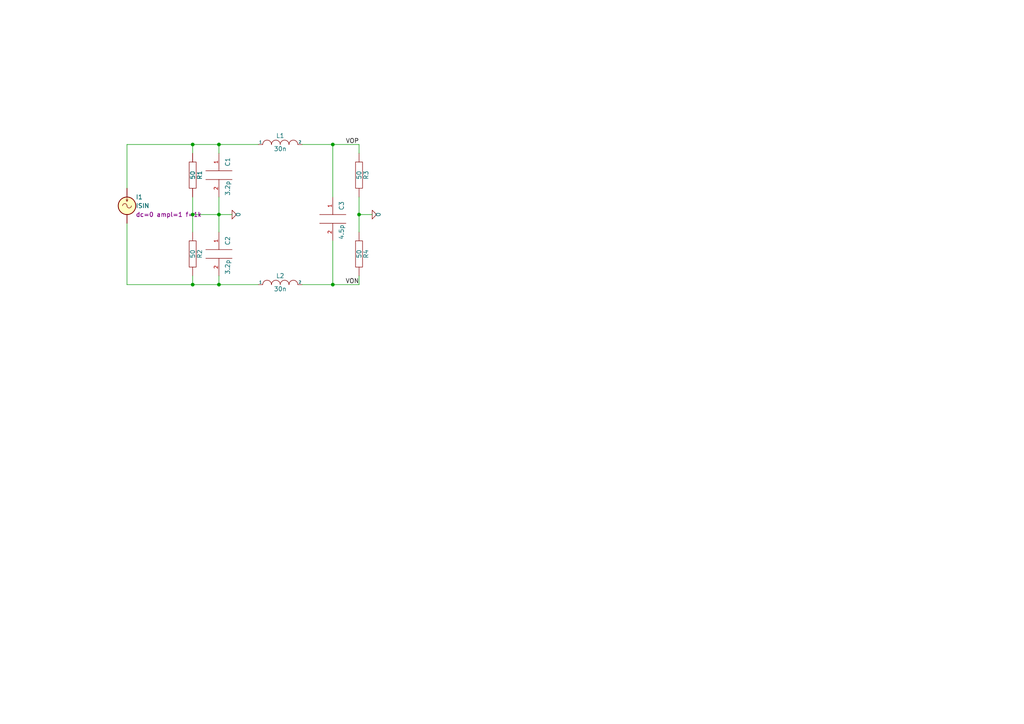
<source format=kicad_sch>
(kicad_sch (version 20210126) (generator eeschema)
  (paper "A4")
  (lib_symbols
    (symbol "Simulation_SPICE:ISIN" (pin_numbers hide) (pin_names (offset 0.0254))
      (property "Reference" "I" (at 2.54 2.54 0))
      (property "Value" "ISIN" (at 2.54 0 0))
      (property "Spice_Model" "sin(0 1 1k)" (at 2.54 -2.54 0))
      (symbol "ISIN_0_0"
        (arc (start 0 0) (end -1.27 0) (radius (at -0.635 0) (length 0.635) (angles 0.1 180)))
        (arc (start 0 0) (end 1.27 0) (radius (at 0.635 0) (length 0.635) (angles 180 -0.1)))
      )
      (symbol "ISIN_0_1"
        (circle (center 0 0) (radius 2.54) (stroke (width 0.254)) (fill (type background)))
        (polyline (pts (xy 0 1.27) (xy 0 2.286)))
        (polyline (pts (xy -0.254 1.778) (xy 0 1.27) (xy 0.254 1.778)))
      )
      (symbol "ISIN_1_1"
        (pin passive line (at 0 5.08 270) (length 2.54) (name "~") (number "1"))
        (pin passive line (at 0 -5.08 90) (length 2.54) (name "~") (number "2"))
      )
    )
    (symbol "pspice:0" (power) (pin_names (offset 0))
      (property "Value" "0" (at 0 -1.778 0))
      (symbol "0_0_1"
        (polyline (pts (xy -1.27 0) (xy 0 -1.27) (xy 1.27 0) (xy -1.27 0)))
      )
      (symbol "0_1_1"
        (pin power_in line (at 0 0 0) (length 0) hide (name "0") (number "1"))
      )
    )
    (symbol "pspice:C" (pin_names (offset 0.254))
      (property "Reference" "C" (at 2.54 3.81 90))
      (property "Value" "C" (at 2.54 -3.81 90))
      (symbol "C_0_1"
        (polyline (pts (xy -3.81 -1.27) (xy 3.81 -1.27)))
        (polyline (pts (xy -3.81 1.27) (xy 3.81 1.27)))
      )
      (symbol "C_1_1"
        (pin passive line (at 0 6.35 270) (length 5.08) (name "~") (number "1"))
        (pin passive line (at 0 -6.35 90) (length 5.08) (name "~") (number "2"))
      )
    )
    (symbol "pspice:INDUCTOR" (pin_numbers hide) (pin_names (offset 0))
      (property "Reference" "L" (at 0 2.54 0))
      (property "Value" "INDUCTOR" (at 0 -1.27 0))
      (symbol "INDUCTOR_0_1"
        (arc (start -2.54 0) (end -5.08 0) (radius (at -3.81 0) (length 1.27) (angles 0.1 179.9)))
        (arc (start 0 0) (end -2.54 0) (radius (at -1.27 0) (length 1.27) (angles 0.1 179.9)))
        (arc (start 2.54 0) (end 0 0) (radius (at 1.27 0) (length 1.27) (angles 0.1 179.9)))
        (arc (start 5.08 0) (end 2.54 0) (radius (at 3.81 0) (length 1.27) (angles 0.1 179.9)))
      )
      (symbol "INDUCTOR_1_1"
        (pin input line (at -6.35 0 0) (length 1.27) (name "1") (number "1"))
        (pin input line (at 6.35 0 180) (length 1.27) (name "2") (number "2"))
      )
    )
    (symbol "pspice:R" (pin_numbers hide) (pin_names (offset 0))
      (property "Reference" "R" (at 2.032 0 90))
      (property "Value" "R" (at 0 0 90))
      (symbol "R_0_1"
        (rectangle (start -1.016 3.81) (end 1.016 -3.81))
      )
      (symbol "R_1_1"
        (pin passive line (at 0 6.35 270) (length 2.54) (name "~") (number "1"))
        (pin passive line (at 0 -6.35 90) (length 2.54) (name "~") (number "2"))
      )
    )
  )
  (junction (at 55.88 41.91) (diameter 0.9144))
  (junction (at 55.88 62.23) (diameter 0.9144))
  (junction (at 55.88 82.55) (diameter 0.9144))
  (junction (at 63.5 41.91) (diameter 0.9144))
  (junction (at 63.5 62.23) (diameter 0.9144))
  (junction (at 63.5 82.55) (diameter 0.9144))
  (junction (at 96.52 41.91) (diameter 0.9144))
  (junction (at 96.52 82.55) (diameter 0.9144))
  (junction (at 104.14 62.23) (diameter 0.9144))
  (wire (pts (xy 36.83 41.91) (xy 55.88 41.91)))
  (wire (pts (xy 36.83 54.61) (xy 36.83 41.91)))
  (wire (pts (xy 36.83 64.77) (xy 36.83 82.55)))
  (wire (pts (xy 36.83 82.55) (xy 55.88 82.55)))
  (wire (pts (xy 55.88 41.91) (xy 63.5 41.91)))
  (wire (pts (xy 55.88 44.45) (xy 55.88 41.91)))
  (wire (pts (xy 55.88 62.23) (xy 55.88 57.15)))
  (wire (pts (xy 55.88 62.23) (xy 55.88 67.31)))
  (wire (pts (xy 55.88 82.55) (xy 55.88 80.01)))
  (wire (pts (xy 63.5 41.91) (xy 63.5 44.45)))
  (wire (pts (xy 63.5 41.91) (xy 74.93 41.91)))
  (wire (pts (xy 63.5 62.23) (xy 55.88 62.23)))
  (wire (pts (xy 63.5 62.23) (xy 63.5 57.15)))
  (wire (pts (xy 63.5 62.23) (xy 63.5 67.31)))
  (wire (pts (xy 63.5 80.01) (xy 63.5 82.55)))
  (wire (pts (xy 63.5 82.55) (xy 55.88 82.55)))
  (wire (pts (xy 67.31 62.23) (xy 63.5 62.23)))
  (wire (pts (xy 74.93 82.55) (xy 63.5 82.55)))
  (wire (pts (xy 96.52 41.91) (xy 87.63 41.91)))
  (wire (pts (xy 96.52 57.15) (xy 96.52 41.91)))
  (wire (pts (xy 96.52 69.85) (xy 96.52 82.55)))
  (wire (pts (xy 96.52 82.55) (xy 87.63 82.55)))
  (wire (pts (xy 96.52 82.55) (xy 104.14 82.55)))
  (wire (pts (xy 104.14 41.91) (xy 96.52 41.91)))
  (wire (pts (xy 104.14 44.45) (xy 104.14 41.91)))
  (wire (pts (xy 104.14 62.23) (xy 104.14 57.15)))
  (wire (pts (xy 104.14 62.23) (xy 104.14 67.31)))
  (wire (pts (xy 104.14 80.01) (xy 104.14 82.55)))
  (wire (pts (xy 107.95 62.23) (xy 104.14 62.23)))
  (label "VOP" (at 104.14 41.91 180))
  (label "VON" (at 104.14 82.55 180))
  (symbol (lib_id "pspice:0") (at 67.31 62.23 90) (unit 1)
    (property "Reference" "#GND01" (effects hide))
    (property "Value" "0" (at 69.088 62.23 0))
  )
  (symbol (lib_id "pspice:0") (at 107.95 62.23 90) (unit 1)
    (property "Reference" "#GND02" (effects hide))
    (property "Value" "0" (at 109.728 62.23 0))
  )
  (symbol (lib_id "pspice:INDUCTOR") (at 81.28 41.91 0) (unit 1)
    (property "Reference" "L1" (at 81.28 39.37 0))
    (property "Value" "30n" (at 81.28 43.18 0))
  )
  (symbol (lib_id "pspice:INDUCTOR") (at 81.28 82.55 0) (unit 1)
    (property "Reference" "L2" (at 81.28 80.01 0))
    (property "Value" "30n" (at 81.28 83.82 0))
  )
  (symbol (lib_id "pspice:R") (at 55.88 50.8 0) (unit 1)
    (property "Reference" "R1" (at 57.912 50.8 90))
    (property "Value" "50" (at 55.88 50.8 90))
  )
  (symbol (lib_id "pspice:R") (at 55.88 73.66 0) (unit 1)
    (property "Reference" "R2" (at 57.912 73.66 90))
    (property "Value" "50" (at 55.88 73.66 90))
  )
  (symbol (lib_id "pspice:R") (at 104.14 50.8 0) (unit 1)
    (property "Reference" "R3" (at 106.172 50.8 90))
    (property "Value" "50" (at 104.14 50.8 90))
  )
  (symbol (lib_id "pspice:R") (at 104.14 73.66 0) (unit 1)
    (property "Reference" "R4" (at 106.172 73.66 90))
    (property "Value" "50" (at 104.14 73.66 90))
  )
  (symbol (lib_id "Simulation_SPICE:ISIN") (at 36.83 59.69 0) (unit 1)
    (property "Reference" "I1" (at 39.37 57.15 0) (effects (justify left)))
    (property "Value" "ISIN" (at 39.37 59.69 0) (effects (justify left)))
    (property "Spice_Netlist_Enabled" "Y" (effects hide))
    (property "Spice_Primitive" "I" (effects hide))
    (property "Spice_Model" "sin(0 1 1k)" (at 39.37 62.23 0) (effects (justify left)))
  )
  (symbol (lib_id "pspice:C") (at 63.5 50.8 0) (unit 1)
    (property "Reference" "C1" (at 66.04 46.99 90))
    (property "Value" "3.2p" (at 66.04 54.61 90))
  )
  (symbol (lib_id "pspice:C") (at 63.5 73.66 0) (unit 1)
    (property "Reference" "C2" (at 66.04 69.85 90))
    (property "Value" "3.2p" (at 66.04 77.47 90))
  )
  (symbol (lib_id "pspice:C") (at 96.52 63.5 0) (unit 1)
    (property "Reference" "C3" (at 99.06 59.69 90))
    (property "Value" "4.5p" (at 99.06 67.31 90))
  )
)
</source>
